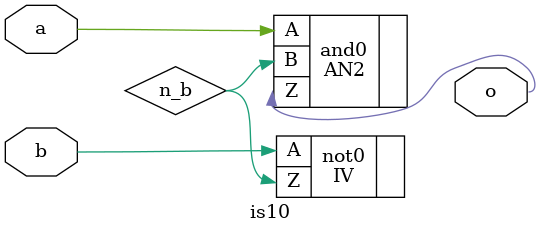
<source format=v>
`timescale 1ns/1ps

module kendall_rank(kendall, i0_x, i0_y, i1_x, i1_y, i2_x, i2_y, i3_x, i3_y);
//DO NOT CHANGE!
    input  [3:0] i0_x, i0_y, i1_x, i1_y, i2_x, i2_y, i3_x, i3_y;
    output [3:0] kendall;
//---------------------------------------------------

    wire x01, x02, x03, x12, x13, x23;
    b_greater_a comp0(.is_c(x01), .a(i1_x), .b(i0_x));
    b_greater_a comp1(.is_c(x02), .a(i2_x), .b(i0_x));
    b_greater_a comp2(.is_c(x03), .a(i3_x), .b(i0_x));
    b_greater_a comp3(.is_c(x12), .a(i2_x), .b(i1_x));
    b_greater_a comp4(.is_c(x13), .a(i3_x), .b(i1_x));
    b_greater_a comp5(.is_c(x23), .a(i3_x), .b(i2_x));

    wire y01, y02, y03, y12, y13, y23; 
    b_greater_a comp6(.is_c(y01), .a(i1_y), .b(i0_y));
    b_greater_a comp7(.is_c(y02), .a(i2_y), .b(i0_y));
    b_greater_a comp8(.is_c(y03), .a(i3_y), .b(i0_y));
    b_greater_a comp9(.is_c(y12), .a(i2_y), .b(i1_y));
    b_greater_a compa(.is_c(y13), .a(i3_y), .b(i1_y));
    b_greater_a compb(.is_c(y23), .a(i3_y), .b(i2_y));

    wire set01_not, set02_not, set03_not, set12_not, set13_not, set23_not;
    EO exor0(.Z(set01_not),.A(x01),.B(y01));
    EO exor1(.Z(set02_not),.A(x02),.B(y02));
    EO exor2(.Z(set03_not),.A(x03),.B(y03));
    EO exor3(.Z(set12_not),.A(x12),.B(y12));
    EO exor4(.Z(set13_not),.A(x13),.B(y13));
    EO exor5(.Z(set23_not),.A(x23),.B(y23));

    count counter(.o(kendall),.n_i0(set01_not),.n_i1(set02_not),.n_i2(set03_not),.n_i3(set12_not),.n_i4(set13_not),.n_i5(set23_not));

endmodule

module count(o, n_i0, n_i1, n_i2, n_i3, n_i4, n_i5);
    input  n_i0, n_i1, n_i2, n_i3, n_i4, n_i5;
    output [3:0]o;

    // find how many zeros and ones there are in the first and second half
    wire zero012, one012, two012, three012;
    wire zero345, one345, two345, three345;
    zero1  check0(.o(zero012 ),.a(n_i0),.b(n_i1),.c(n_i2));
    zero1  check1(.o(zero345 ),.a(n_i3),.b(n_i4),.c(n_i5));
    three1 check6(.o(three012),.a(n_i0),.b(n_i1),.c(n_i2));
    three1 check7(.o(three345),.a(n_i3),.b(n_i4),.c(n_i5));
    one1   check2(.o(one012  ),.a(n_i0),.b(n_i1),.c(n_i2));
    one1   check3(.o(one345  ),.a(n_i3),.b(n_i4),.c(n_i5));
    two1   check4(.o(two012  ),.a(n_i0),.b(n_i1),.c(n_i2));
    two1   check5(.o(two345  ),.a(n_i3),.b(n_i4),.c(n_i5));
    

    // find combinations of first and second half
    wire _00, _01, _02, _03, _10, _11, _12, _20, _21, _30, _33;
    AN2 and0(.Z(_00), .A(zero012),  .B(zero345));
    AN2 and1(.Z(_33), .A(three012),  .B(three345));
    AN2 and2(.Z(_01), .A(zero012),  .B(one345));
    AN2 and3(.Z(_02), .A(zero012),  .B(two345));
    AN2 and4(.Z(_03), .A(zero012),  .B(three345));
    AN2 and5(.Z(_10), .A(one012),   .B(zero345));
    AN2 and6(.Z(_11), .A(one012),   .B(one345));
    AN2 and7(.Z(_12), .A(one012),   .B(two345));
    AN2 and8(.Z(_20), .A(two012),   .B(zero345));
    AN2 and9(.Z(_21), .A(two012),   .B(one345));
    AN2 anda(.Z(_23), .A(two012),   .B(three345));
    AN2 andb(.Z(_30), .A(three012), .B(zero345));
    AN2 andc(.Z(_32), .A(three012), .B(two345));

    // calculating 0,1,2,3,5,6     
    wire n_zero, n_one, n_two, n_three, n_five, n_six;
    IV not0(.Z(n_zero),.A(_00));
    IV not1(.Z(n_six),.A(_33));
    NR2 nor0(.Z(n_one), .A(_01), .B(_10));                  
    NR3 nor1(.Z(n_two), .A(_02), .B(_11), .C(_20));          
    NR4 nor2(.Z(n_three),.A(_03),.B(_12),.C(_21),.D(_30));     
    NR2 nor3(.Z(n_five), .A(_23), .B(_32));                  

    // determining output
    wire n_zero_one_two, n_zero_one_two_six , n_two_five, one_two_four_five;
    assign o[3] = n_zero_one_two;
    assign o[2] = n_zero_one_two_six;
    assign o[1] = n_two_five;
    assign o[0] = one_two_four_five;
    ND3 nand0(.Z(n_zero_one_two),.A(n_zero),.B(n_one), .C(n_two));
    ND4 nand1(.Z(n_zero_one_two_six),.A(n_zero),.B(n_one),.C(n_two),.D(n_six));
    ND2 nand2(.Z(n_two_five),.A(n_two),.B(n_five));
    AN3 andd(.Z(one_two_four_five),.A(n_zero),.B(n_three),.C(n_six));


endmodule

module zero1(o,a,b,c);
    input a,b,c;
    output o;
    AN3 and0(.Z(o),.A(a),.B(b),.C(c));
endmodule

module one1(o,a,b,c);
    input  a,b,c;
    output o;
    wire buf0, buf1, buf2, buf3;
    NR2 nor0(.Z(buf0),.A(a),.B(b));
    NR2 nor1(.Z(buf1),.A(a),.B(c));
    NR2 nor2(.Z(buf2),.A(c),.B(b));
    AN3 and0(.Z(buf3),.A(a),.B(b),.C(c));
    NR4 nor3(.Z(o),.A(buf0),.B(buf1),.C(buf2),.D(buf3));
endmodule

module two1(o,a,b,c);
    input  a,b,c;
    output o;
    wire buf0, buf1, buf2, buf3;
    AN2 and0(.Z(buf0),.A(a),.B(b));
    AN2 and1(.Z(buf1),.A(a),.B(c));
    AN2 and2(.Z(buf2),.A(c),.B(b));
    NR3 nor0(.Z(buf3),.A(a),.B(b),.C(c));
    NR4 nor1(.Z(o),.A(buf0),.B(buf1),.C(buf2),.D(buf3));
endmodule

module three1(o,a,b,c);
    input  a,b,c;
    output o;
    NR3 nor0(.Z(o),.A(a),.B(b),.C(c));
endmodule

module b_greater_a(is_c, a, b);

    input  [3:0] a,b;
    output is_c;

    wire n_a0b0_01, n_a1b1_01, n_a2b2_01, n_a3b3_01;
    n_01 eq01_0(.o(n_a0b0_01), .a(a[0]), .b(b[0]));
    n_01 eq01_1(.o(n_a1b1_01), .a(a[1]), .b(b[1]));
    n_01 eq01_2(.o(n_a2b2_01), .a(a[2]), .b(b[2]));
    n_01 eq01_3(.o(n_a3b3_01), .a(a[3]), .b(b[3]));
    
    wire a1b1_10, a2b2_10, a3b3_10;
    is10 eq10_1(.o(a1b1_10), .a(a[1]), .b(b[1]));
    is10 eq10_2(.o(a2b2_10), .a(a[2]), .b(b[2]));
    is10 eq10_3(.o(a3b3_10), .a(a[3]), .b(b[3]));

    wire n_b3_lose, n_b2_lose, n_b1_lose;
    wire n_b3_win, n_b2_win, n_b1_win, n_b0_win;
    wire buffer;
    assign b3_lose = a3b3_10;                                       // (a3, b3) = (0,1)
    OR2 or0(.Z(b2_lose), .A(b3_lose), .B(a2b2_10));                 // b3 lose OR (a2, b2) = (1,0)
    OR2 or1(.Z(buffer),.A(a1b1_10), .B(b3_lose));                   // b2 loos OR (a1, b1) = (1,0)
    OR2 or2(.Z(b1_lose),.A(b2_lose),.B(buffer));

    assign n_b3_win  = n_a3b3_01;                                    // (a3, b3) = (1,0)
    OR2 or3(.Z(n_b2_win), .A(b3_lose), .B(n_a2b2_01));              // b3 did not lose AND (a2,b2) = (0,1)
    OR2 or4(.Z(n_b1_win), .A(b2_lose), .B(n_a1b1_01));              // b2 did not lose AND (a1,b1) = (0,1)
    OR2 or5(.Z(n_b0_win), .A(b1_lose), .B(n_a0b0_01));              // b1 did not lose AND (a0,b0) = (0,1)
    ND4 nand0(.Z(is_c),.A(n_b3_win),.B(n_b2_win),.C(n_b1_win),.D(n_b0_win));

endmodule

module n_01(o,a,b);
    input  a,b;
    output o;
    wire n_a;
    IV not0(.Z(n_a),.A(a));
    ND2 and0(.Z(o),.A(n_a),.B(b));
endmodule

module n_10(o,a,b);
    input a,b;
    output o;
    wire n_b;
    IV not0(.Z(n_b),.A(b));
    ND2 and0(.Z(o),.A(a),.B(n_b));
endmodule

module is01(o,a,b);
    input a,b;
    output o;
    wire n_a;
    IV not0(.Z(n_a),.A(a));
    AN2 and0(.Z(o),.A(n_a),.B(b));
endmodule

module is10(o,a,b);
    input a,b;
    output o;
    wire n_b;
    IV not0(.Z(n_b),.A(b));
    AN2 and0(.Z(o),.A(a),.B(n_b));
endmodule

</source>
